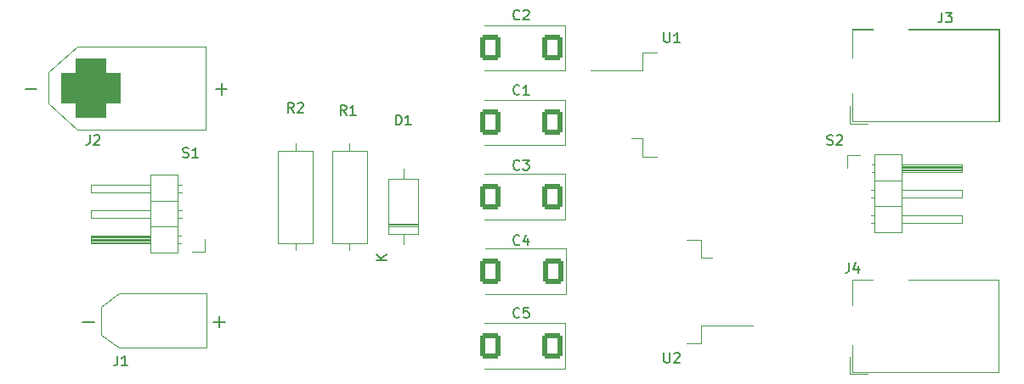
<source format=gto>
%TF.GenerationSoftware,KiCad,Pcbnew,(6.0.2)*%
%TF.CreationDate,2022-02-24T16:18:32+02:00*%
%TF.ProjectId,PowerPCB,506f7765-7250-4434-922e-6b696361645f,rev?*%
%TF.SameCoordinates,Original*%
%TF.FileFunction,Legend,Top*%
%TF.FilePolarity,Positive*%
%FSLAX46Y46*%
G04 Gerber Fmt 4.6, Leading zero omitted, Abs format (unit mm)*
G04 Created by KiCad (PCBNEW (6.0.2)) date 2022-02-24 16:18:32*
%MOMM*%
%LPD*%
G01*
G04 APERTURE LIST*
G04 Aperture macros list*
%AMRoundRect*
0 Rectangle with rounded corners*
0 $1 Rounding radius*
0 $2 $3 $4 $5 $6 $7 $8 $9 X,Y pos of 4 corners*
0 Add a 4 corners polygon primitive as box body*
4,1,4,$2,$3,$4,$5,$6,$7,$8,$9,$2,$3,0*
0 Add four circle primitives for the rounded corners*
1,1,$1+$1,$2,$3*
1,1,$1+$1,$4,$5*
1,1,$1+$1,$6,$7*
1,1,$1+$1,$8,$9*
0 Add four rect primitives between the rounded corners*
20,1,$1+$1,$2,$3,$4,$5,0*
20,1,$1+$1,$4,$5,$6,$7,0*
20,1,$1+$1,$6,$7,$8,$9,0*
20,1,$1+$1,$8,$9,$2,$3,0*%
G04 Aperture macros list end*
%ADD10C,0.150000*%
%ADD11C,0.120000*%
%ADD12RoundRect,1.500000X-1.500000X-1.500000X1.500000X-1.500000X1.500000X1.500000X-1.500000X1.500000X0*%
%ADD13C,6.000000*%
%ADD14O,3.500000X1.500000*%
%ADD15O,1.500000X3.500000*%
%ADD16R,1.500000X4.000000*%
%ADD17R,4.600000X1.100000*%
%ADD18R,9.400000X10.800000*%
%ADD19R,1.700000X1.700000*%
%ADD20O,1.700000X1.700000*%
%ADD21O,1.600000X1.600000*%
%ADD22C,1.600000*%
%ADD23C,3.800000*%
%ADD24R,3.800000X3.800000*%
%ADD25R,2.200000X2.200000*%
%ADD26O,2.200000X2.200000*%
%ADD27RoundRect,0.250000X0.787500X1.025000X-0.787500X1.025000X-0.787500X-1.025000X0.787500X-1.025000X0*%
G04 APERTURE END LIST*
D10*
X100016666Y-71702380D02*
X100016666Y-72416666D01*
X99969047Y-72559523D01*
X99873809Y-72654761D01*
X99730952Y-72702380D01*
X99635714Y-72702380D01*
X100445238Y-71797619D02*
X100492857Y-71750000D01*
X100588095Y-71702380D01*
X100826190Y-71702380D01*
X100921428Y-71750000D01*
X100969047Y-71797619D01*
X101016666Y-71892857D01*
X101016666Y-71988095D01*
X100969047Y-72130952D01*
X100397619Y-72702380D01*
X101016666Y-72702380D01*
X112578571Y-67107142D02*
X113721428Y-67107142D01*
X113150000Y-67678571D02*
X113150000Y-66535714D01*
X93578571Y-67107142D02*
X94721428Y-67107142D01*
X184906666Y-59462380D02*
X184906666Y-60176666D01*
X184859047Y-60319523D01*
X184763809Y-60414761D01*
X184620952Y-60462380D01*
X184525714Y-60462380D01*
X185287619Y-59462380D02*
X185906666Y-59462380D01*
X185573333Y-59843333D01*
X185716190Y-59843333D01*
X185811428Y-59890952D01*
X185859047Y-59938571D01*
X185906666Y-60033809D01*
X185906666Y-60271904D01*
X185859047Y-60367142D01*
X185811428Y-60414761D01*
X185716190Y-60462380D01*
X185430476Y-60462380D01*
X185335238Y-60414761D01*
X185287619Y-60367142D01*
X175666666Y-84462380D02*
X175666666Y-85176666D01*
X175619047Y-85319523D01*
X175523809Y-85414761D01*
X175380952Y-85462380D01*
X175285714Y-85462380D01*
X176571428Y-84795714D02*
X176571428Y-85462380D01*
X176333333Y-84414761D02*
X176095238Y-85129047D01*
X176714285Y-85129047D01*
X157238095Y-93452380D02*
X157238095Y-94261904D01*
X157285714Y-94357142D01*
X157333333Y-94404761D01*
X157428571Y-94452380D01*
X157619047Y-94452380D01*
X157714285Y-94404761D01*
X157761904Y-94357142D01*
X157809523Y-94261904D01*
X157809523Y-93452380D01*
X158238095Y-93547619D02*
X158285714Y-93500000D01*
X158380952Y-93452380D01*
X158619047Y-93452380D01*
X158714285Y-93500000D01*
X158761904Y-93547619D01*
X158809523Y-93642857D01*
X158809523Y-93738095D01*
X158761904Y-93880952D01*
X158190476Y-94452380D01*
X158809523Y-94452380D01*
X157238095Y-61452380D02*
X157238095Y-62261904D01*
X157285714Y-62357142D01*
X157333333Y-62404761D01*
X157428571Y-62452380D01*
X157619047Y-62452380D01*
X157714285Y-62404761D01*
X157761904Y-62357142D01*
X157809523Y-62261904D01*
X157809523Y-61452380D01*
X158809523Y-62452380D02*
X158238095Y-62452380D01*
X158523809Y-62452380D02*
X158523809Y-61452380D01*
X158428571Y-61595238D01*
X158333333Y-61690476D01*
X158238095Y-61738095D01*
X173488095Y-72654761D02*
X173630952Y-72702380D01*
X173869047Y-72702380D01*
X173964285Y-72654761D01*
X174011904Y-72607142D01*
X174059523Y-72511904D01*
X174059523Y-72416666D01*
X174011904Y-72321428D01*
X173964285Y-72273809D01*
X173869047Y-72226190D01*
X173678571Y-72178571D01*
X173583333Y-72130952D01*
X173535714Y-72083333D01*
X173488095Y-71988095D01*
X173488095Y-71892857D01*
X173535714Y-71797619D01*
X173583333Y-71750000D01*
X173678571Y-71702380D01*
X173916666Y-71702380D01*
X174059523Y-71750000D01*
X174440476Y-71797619D02*
X174488095Y-71750000D01*
X174583333Y-71702380D01*
X174821428Y-71702380D01*
X174916666Y-71750000D01*
X174964285Y-71797619D01*
X175011904Y-71892857D01*
X175011904Y-71988095D01*
X174964285Y-72130952D01*
X174392857Y-72702380D01*
X175011904Y-72702380D01*
X109288095Y-73904761D02*
X109430952Y-73952380D01*
X109669047Y-73952380D01*
X109764285Y-73904761D01*
X109811904Y-73857142D01*
X109859523Y-73761904D01*
X109859523Y-73666666D01*
X109811904Y-73571428D01*
X109764285Y-73523809D01*
X109669047Y-73476190D01*
X109478571Y-73428571D01*
X109383333Y-73380952D01*
X109335714Y-73333333D01*
X109288095Y-73238095D01*
X109288095Y-73142857D01*
X109335714Y-73047619D01*
X109383333Y-73000000D01*
X109478571Y-72952380D01*
X109716666Y-72952380D01*
X109859523Y-73000000D01*
X110811904Y-73952380D02*
X110240476Y-73952380D01*
X110526190Y-73952380D02*
X110526190Y-72952380D01*
X110430952Y-73095238D01*
X110335714Y-73190476D01*
X110240476Y-73238095D01*
X120333333Y-69477380D02*
X120000000Y-69001190D01*
X119761904Y-69477380D02*
X119761904Y-68477380D01*
X120142857Y-68477380D01*
X120238095Y-68525000D01*
X120285714Y-68572619D01*
X120333333Y-68667857D01*
X120333333Y-68810714D01*
X120285714Y-68905952D01*
X120238095Y-68953571D01*
X120142857Y-69001190D01*
X119761904Y-69001190D01*
X120714285Y-68572619D02*
X120761904Y-68525000D01*
X120857142Y-68477380D01*
X121095238Y-68477380D01*
X121190476Y-68525000D01*
X121238095Y-68572619D01*
X121285714Y-68667857D01*
X121285714Y-68763095D01*
X121238095Y-68905952D01*
X120666666Y-69477380D01*
X121285714Y-69477380D01*
X125583333Y-69727380D02*
X125250000Y-69251190D01*
X125011904Y-69727380D02*
X125011904Y-68727380D01*
X125392857Y-68727380D01*
X125488095Y-68775000D01*
X125535714Y-68822619D01*
X125583333Y-68917857D01*
X125583333Y-69060714D01*
X125535714Y-69155952D01*
X125488095Y-69203571D01*
X125392857Y-69251190D01*
X125011904Y-69251190D01*
X126535714Y-69727380D02*
X125964285Y-69727380D01*
X126250000Y-69727380D02*
X126250000Y-68727380D01*
X126154761Y-68870238D01*
X126059523Y-68965476D01*
X125964285Y-69013095D01*
X102766666Y-93752380D02*
X102766666Y-94466666D01*
X102719047Y-94609523D01*
X102623809Y-94704761D01*
X102480952Y-94752380D01*
X102385714Y-94752380D01*
X103766666Y-94752380D02*
X103195238Y-94752380D01*
X103480952Y-94752380D02*
X103480952Y-93752380D01*
X103385714Y-93895238D01*
X103290476Y-93990476D01*
X103195238Y-94038095D01*
X99328571Y-90357142D02*
X100471428Y-90357142D01*
X112328571Y-90357142D02*
X113471428Y-90357142D01*
X112900000Y-90928571D02*
X112900000Y-89785714D01*
X130511904Y-70697380D02*
X130511904Y-69697380D01*
X130750000Y-69697380D01*
X130892857Y-69745000D01*
X130988095Y-69840238D01*
X131035714Y-69935476D01*
X131083333Y-70125952D01*
X131083333Y-70268809D01*
X131035714Y-70459285D01*
X130988095Y-70554523D01*
X130892857Y-70649761D01*
X130750000Y-70697380D01*
X130511904Y-70697380D01*
X132035714Y-70697380D02*
X131464285Y-70697380D01*
X131750000Y-70697380D02*
X131750000Y-69697380D01*
X131654761Y-69840238D01*
X131559523Y-69935476D01*
X131464285Y-69983095D01*
X129602380Y-84186904D02*
X128602380Y-84186904D01*
X129602380Y-83615476D02*
X129030952Y-84044047D01*
X128602380Y-83615476D02*
X129173809Y-84186904D01*
X142833333Y-89857142D02*
X142785714Y-89904761D01*
X142642857Y-89952380D01*
X142547619Y-89952380D01*
X142404761Y-89904761D01*
X142309523Y-89809523D01*
X142261904Y-89714285D01*
X142214285Y-89523809D01*
X142214285Y-89380952D01*
X142261904Y-89190476D01*
X142309523Y-89095238D01*
X142404761Y-89000000D01*
X142547619Y-88952380D01*
X142642857Y-88952380D01*
X142785714Y-89000000D01*
X142833333Y-89047619D01*
X143738095Y-88952380D02*
X143261904Y-88952380D01*
X143214285Y-89428571D01*
X143261904Y-89380952D01*
X143357142Y-89333333D01*
X143595238Y-89333333D01*
X143690476Y-89380952D01*
X143738095Y-89428571D01*
X143785714Y-89523809D01*
X143785714Y-89761904D01*
X143738095Y-89857142D01*
X143690476Y-89904761D01*
X143595238Y-89952380D01*
X143357142Y-89952380D01*
X143261904Y-89904761D01*
X143214285Y-89857142D01*
X142833333Y-82607142D02*
X142785714Y-82654761D01*
X142642857Y-82702380D01*
X142547619Y-82702380D01*
X142404761Y-82654761D01*
X142309523Y-82559523D01*
X142261904Y-82464285D01*
X142214285Y-82273809D01*
X142214285Y-82130952D01*
X142261904Y-81940476D01*
X142309523Y-81845238D01*
X142404761Y-81750000D01*
X142547619Y-81702380D01*
X142642857Y-81702380D01*
X142785714Y-81750000D01*
X142833333Y-81797619D01*
X143690476Y-82035714D02*
X143690476Y-82702380D01*
X143452380Y-81654761D02*
X143214285Y-82369047D01*
X143833333Y-82369047D01*
X142833333Y-75107142D02*
X142785714Y-75154761D01*
X142642857Y-75202380D01*
X142547619Y-75202380D01*
X142404761Y-75154761D01*
X142309523Y-75059523D01*
X142261904Y-74964285D01*
X142214285Y-74773809D01*
X142214285Y-74630952D01*
X142261904Y-74440476D01*
X142309523Y-74345238D01*
X142404761Y-74250000D01*
X142547619Y-74202380D01*
X142642857Y-74202380D01*
X142785714Y-74250000D01*
X142833333Y-74297619D01*
X143166666Y-74202380D02*
X143785714Y-74202380D01*
X143452380Y-74583333D01*
X143595238Y-74583333D01*
X143690476Y-74630952D01*
X143738095Y-74678571D01*
X143785714Y-74773809D01*
X143785714Y-75011904D01*
X143738095Y-75107142D01*
X143690476Y-75154761D01*
X143595238Y-75202380D01*
X143309523Y-75202380D01*
X143214285Y-75154761D01*
X143166666Y-75107142D01*
X142833333Y-60107142D02*
X142785714Y-60154761D01*
X142642857Y-60202380D01*
X142547619Y-60202380D01*
X142404761Y-60154761D01*
X142309523Y-60059523D01*
X142261904Y-59964285D01*
X142214285Y-59773809D01*
X142214285Y-59630952D01*
X142261904Y-59440476D01*
X142309523Y-59345238D01*
X142404761Y-59250000D01*
X142547619Y-59202380D01*
X142642857Y-59202380D01*
X142785714Y-59250000D01*
X142833333Y-59297619D01*
X143214285Y-59297619D02*
X143261904Y-59250000D01*
X143357142Y-59202380D01*
X143595238Y-59202380D01*
X143690476Y-59250000D01*
X143738095Y-59297619D01*
X143785714Y-59392857D01*
X143785714Y-59488095D01*
X143738095Y-59630952D01*
X143166666Y-60202380D01*
X143785714Y-60202380D01*
X142833333Y-67607142D02*
X142785714Y-67654761D01*
X142642857Y-67702380D01*
X142547619Y-67702380D01*
X142404761Y-67654761D01*
X142309523Y-67559523D01*
X142261904Y-67464285D01*
X142214285Y-67273809D01*
X142214285Y-67130952D01*
X142261904Y-66940476D01*
X142309523Y-66845238D01*
X142404761Y-66750000D01*
X142547619Y-66702380D01*
X142642857Y-66702380D01*
X142785714Y-66750000D01*
X142833333Y-66797619D01*
X143785714Y-67702380D02*
X143214285Y-67702380D01*
X143500000Y-67702380D02*
X143500000Y-66702380D01*
X143404761Y-66845238D01*
X143309523Y-66940476D01*
X143214285Y-66988095D01*
D11*
X98750000Y-71150000D02*
X111600000Y-71150000D01*
X111600000Y-71150000D02*
X111600000Y-62850000D01*
X111600000Y-62850000D02*
X98750000Y-62850000D01*
X95900000Y-68550000D02*
X98750000Y-71150000D01*
X95900000Y-65400000D02*
X95900000Y-68550000D01*
X98750000Y-62850000D02*
X95900000Y-65400000D01*
X181610000Y-61140000D02*
X190610000Y-61140000D01*
X175770000Y-70580000D02*
X175770000Y-68840000D01*
X177510000Y-70580000D02*
X175770000Y-70580000D01*
X176010000Y-61140000D02*
X178010000Y-61140000D01*
X176010000Y-63940000D02*
X176010000Y-61140000D01*
X176010000Y-70340000D02*
X176010000Y-67540000D01*
X190610000Y-70340000D02*
X176010000Y-70340000D01*
X190610000Y-61140000D02*
X190610000Y-70340000D01*
X181590000Y-61160000D02*
X190590000Y-61160000D01*
X175990000Y-70360000D02*
X175990000Y-67560000D01*
X177490000Y-70600000D02*
X175750000Y-70600000D01*
X175990000Y-61160000D02*
X177990000Y-61160000D01*
X190590000Y-70360000D02*
X175990000Y-70360000D01*
X190590000Y-61160000D02*
X190590000Y-70360000D01*
X175990000Y-63960000D02*
X175990000Y-61160000D01*
X175750000Y-70600000D02*
X175750000Y-68860000D01*
X175750000Y-95600000D02*
X175750000Y-93860000D01*
X175990000Y-88960000D02*
X175990000Y-86160000D01*
X190590000Y-86160000D02*
X190590000Y-95360000D01*
X190590000Y-95360000D02*
X175990000Y-95360000D01*
X175990000Y-86160000D02*
X177990000Y-86160000D01*
X177490000Y-95600000D02*
X175750000Y-95600000D01*
X175990000Y-95360000D02*
X175990000Y-92560000D01*
X181590000Y-86160000D02*
X190590000Y-86160000D01*
X160950000Y-82150000D02*
X160950000Y-83960000D01*
X159450000Y-82150000D02*
X160950000Y-82150000D01*
X160950000Y-83960000D02*
X162050000Y-83960000D01*
X159450000Y-92550000D02*
X160950000Y-92550000D01*
X160950000Y-90740000D02*
X166075000Y-90740000D01*
X160950000Y-92550000D02*
X160950000Y-90740000D01*
X155050000Y-63450000D02*
X155050000Y-65260000D01*
X155050000Y-65260000D02*
X149925000Y-65260000D01*
X156550000Y-63450000D02*
X155050000Y-63450000D01*
X155050000Y-72040000D02*
X153950000Y-72040000D01*
X156550000Y-73850000D02*
X155050000Y-73850000D01*
X155050000Y-73850000D02*
X155050000Y-72040000D01*
X180890000Y-74785000D02*
X186890000Y-74785000D01*
X177900000Y-74605000D02*
X178230000Y-74605000D01*
X186890000Y-77905000D02*
X180890000Y-77905000D01*
X177832929Y-79685000D02*
X178230000Y-79685000D01*
X180890000Y-75025000D02*
X186890000Y-75025000D01*
X180890000Y-74605000D02*
X186890000Y-74605000D01*
X180890000Y-81395000D02*
X180890000Y-73655000D01*
X186890000Y-77145000D02*
X186890000Y-77905000D01*
X177900000Y-75365000D02*
X178230000Y-75365000D01*
X180890000Y-77145000D02*
X186890000Y-77145000D01*
X180890000Y-79685000D02*
X186890000Y-79685000D01*
X186890000Y-74605000D02*
X186890000Y-75365000D01*
X180890000Y-73655000D02*
X178230000Y-73655000D01*
X186890000Y-79685000D02*
X186890000Y-80445000D01*
X177832929Y-77145000D02*
X178230000Y-77145000D01*
X180890000Y-75265000D02*
X186890000Y-75265000D01*
X175520000Y-74985000D02*
X175520000Y-73715000D01*
X177832929Y-80445000D02*
X178230000Y-80445000D01*
X178230000Y-73655000D02*
X178230000Y-81395000D01*
X180890000Y-74905000D02*
X186890000Y-74905000D01*
X178230000Y-78795000D02*
X180890000Y-78795000D01*
X180890000Y-74665000D02*
X186890000Y-74665000D01*
X186890000Y-80445000D02*
X180890000Y-80445000D01*
X175520000Y-73715000D02*
X176790000Y-73715000D01*
X186890000Y-75365000D02*
X180890000Y-75365000D01*
X178230000Y-76255000D02*
X180890000Y-76255000D01*
X180890000Y-75145000D02*
X186890000Y-75145000D01*
X177832929Y-77905000D02*
X178230000Y-77905000D01*
X178230000Y-81395000D02*
X180890000Y-81395000D01*
X108760000Y-75695000D02*
X106100000Y-75695000D01*
X109157071Y-79185000D02*
X108760000Y-79185000D01*
X106100000Y-81945000D02*
X100100000Y-81945000D01*
X108760000Y-80835000D02*
X106100000Y-80835000D01*
X100100000Y-81725000D02*
X106100000Y-81725000D01*
X111470000Y-83375000D02*
X110200000Y-83375000D01*
X100100000Y-76645000D02*
X106100000Y-76645000D01*
X106100000Y-82425000D02*
X100100000Y-82425000D01*
X108760000Y-78295000D02*
X106100000Y-78295000D01*
X106100000Y-82185000D02*
X100100000Y-82185000D01*
X108760000Y-83435000D02*
X108760000Y-75695000D01*
X109157071Y-76645000D02*
X108760000Y-76645000D01*
X111470000Y-82105000D02*
X111470000Y-83375000D01*
X106100000Y-81825000D02*
X100100000Y-81825000D01*
X109157071Y-79945000D02*
X108760000Y-79945000D01*
X100100000Y-77405000D02*
X100100000Y-76645000D01*
X106100000Y-83435000D02*
X108760000Y-83435000D01*
X100100000Y-82485000D02*
X100100000Y-81725000D01*
X106100000Y-77405000D02*
X100100000Y-77405000D01*
X106100000Y-79945000D02*
X100100000Y-79945000D01*
X109090000Y-81725000D02*
X108760000Y-81725000D01*
X100100000Y-79945000D02*
X100100000Y-79185000D01*
X106100000Y-75695000D02*
X106100000Y-83435000D01*
X106100000Y-82485000D02*
X100100000Y-82485000D01*
X106100000Y-82065000D02*
X100100000Y-82065000D01*
X109157071Y-77405000D02*
X108760000Y-77405000D01*
X100100000Y-79185000D02*
X106100000Y-79185000D01*
X109090000Y-82485000D02*
X108760000Y-82485000D01*
X106100000Y-82305000D02*
X100100000Y-82305000D01*
X122220000Y-82495000D02*
X122220000Y-73255000D01*
X118780000Y-73255000D02*
X118780000Y-82495000D01*
X118780000Y-82495000D02*
X122220000Y-82495000D01*
X120500000Y-83185000D02*
X120500000Y-82495000D01*
X120500000Y-72565000D02*
X120500000Y-73255000D01*
X122220000Y-73255000D02*
X118780000Y-73255000D01*
X124190000Y-82495000D02*
X127630000Y-82495000D01*
X125910000Y-83185000D02*
X125910000Y-82495000D01*
X125910000Y-72565000D02*
X125910000Y-73255000D01*
X127630000Y-73255000D02*
X124190000Y-73255000D01*
X127630000Y-82495000D02*
X127630000Y-73255000D01*
X124190000Y-73255000D02*
X124190000Y-82495000D01*
X111610000Y-87540000D02*
X111610000Y-92960000D01*
X102890000Y-87540000D02*
X111610000Y-87540000D01*
X102890000Y-92960000D02*
X111610000Y-92960000D01*
X101190000Y-88840000D02*
X102890000Y-87540000D01*
X101190000Y-91660000D02*
X102890000Y-92960000D01*
X101190000Y-88840000D02*
X101190000Y-91660000D01*
X129780000Y-80665000D02*
X132720000Y-80665000D01*
X129780000Y-80545000D02*
X132720000Y-80545000D01*
X132720000Y-81565000D02*
X132720000Y-76125000D01*
X131250000Y-75105000D02*
X131250000Y-76125000D01*
X129780000Y-81565000D02*
X132720000Y-81565000D01*
X129780000Y-80785000D02*
X132720000Y-80785000D01*
X132720000Y-76125000D02*
X129780000Y-76125000D01*
X131250000Y-82585000D02*
X131250000Y-81565000D01*
X129780000Y-76125000D02*
X129780000Y-81565000D01*
X147410000Y-95010000D02*
X147410000Y-90490000D01*
X147410000Y-90490000D02*
X139350000Y-90490000D01*
X139350000Y-95010000D02*
X147410000Y-95010000D01*
X139395000Y-87572500D02*
X147455000Y-87572500D01*
X147455000Y-83052500D02*
X139395000Y-83052500D01*
X147455000Y-87572500D02*
X147455000Y-83052500D01*
X147410000Y-80135000D02*
X147410000Y-75615000D01*
X147410000Y-75615000D02*
X139350000Y-75615000D01*
X139350000Y-80135000D02*
X147410000Y-80135000D01*
X147410000Y-65260000D02*
X147410000Y-60740000D01*
X147410000Y-60740000D02*
X139350000Y-60740000D01*
X139350000Y-65260000D02*
X147410000Y-65260000D01*
X139350000Y-72697500D02*
X147410000Y-72697500D01*
X147410000Y-68177500D02*
X139350000Y-68177500D01*
X147410000Y-72697500D02*
X147410000Y-68177500D01*
%LPC*%
D12*
X100150000Y-67000000D03*
D13*
X107350000Y-67000000D03*
D14*
X179810000Y-61040000D03*
D15*
X182810000Y-65740000D03*
D16*
X176810000Y-65740000D03*
D14*
X179790000Y-86060000D03*
D15*
X182790000Y-90760000D03*
D16*
X176790000Y-90760000D03*
D17*
X163775000Y-89890000D03*
D18*
X154625000Y-87350000D03*
D17*
X163775000Y-87350000D03*
X163775000Y-84810000D03*
X152225000Y-71190000D03*
X152225000Y-68650000D03*
D18*
X161375000Y-68650000D03*
D17*
X152225000Y-66110000D03*
D19*
X176790000Y-74985000D03*
D20*
X176790000Y-77525000D03*
X176790000Y-80065000D03*
X110200000Y-77025000D03*
X110200000Y-79565000D03*
D19*
X110200000Y-82105000D03*
D21*
X120500000Y-84225000D03*
D22*
X120500000Y-71525000D03*
X125910000Y-84225000D03*
D21*
X125910000Y-71525000D03*
D23*
X108900000Y-90250000D03*
D24*
X103900000Y-90250000D03*
D25*
X131250000Y-83925000D03*
D26*
X131250000Y-73765000D03*
D27*
X139887500Y-92750000D03*
X146112500Y-92750000D03*
X146157500Y-85312500D03*
X139932500Y-85312500D03*
X139887500Y-77875000D03*
X146112500Y-77875000D03*
X139887500Y-63000000D03*
X146112500Y-63000000D03*
X146112500Y-70437500D03*
X139887500Y-70437500D03*
M02*

</source>
